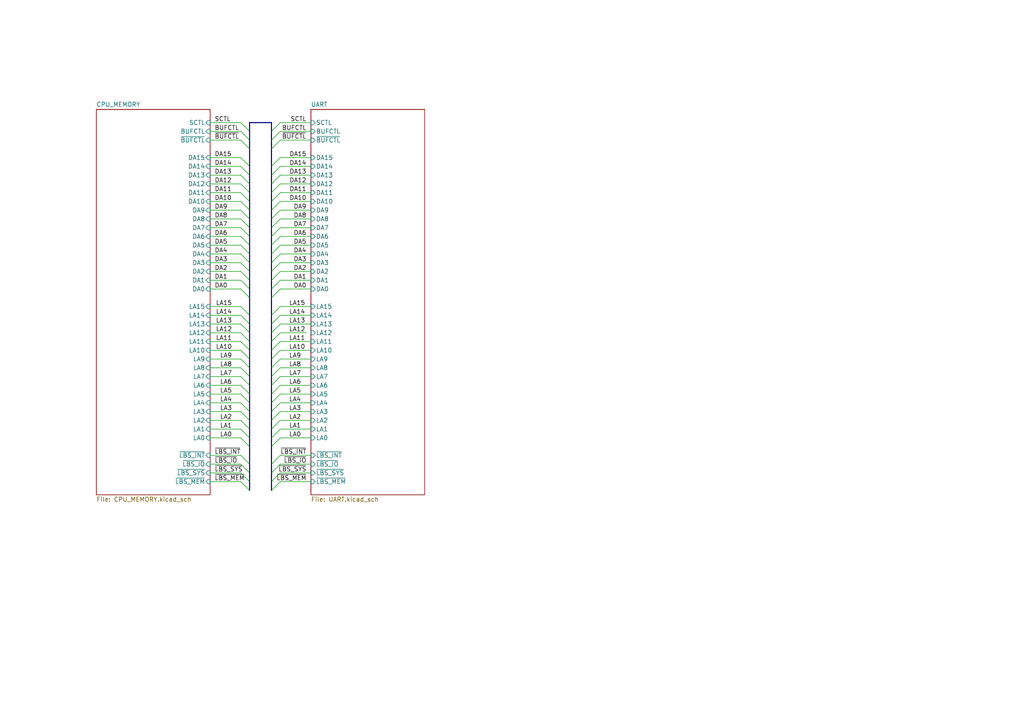
<source format=kicad_sch>
(kicad_sch (version 20230121) (generator eeschema)
  (paper "A4")
  (lib_symbols)
  (bus_entry (at 81.28 121.92) (size -2.54 2.54))
  (bus_entry (at 81.28 111.76) (size -2.54 2.54))
  (bus_entry (at 81.28 99.06) (size -2.54 2.54))
  (bus_entry (at 81.28 66.04) (size -2.54 2.54))
  (bus_entry (at 69.85 91.44) (size 2.54 2.54))
  (bus_entry (at 81.28 45.72) (size -2.54 2.54))
  (bus_entry (at 81.28 124.46) (size -2.54 2.54))
  (bus_entry (at 81.28 71.12) (size -2.54 2.54))
  (bus_entry (at 69.85 116.84) (size 2.54 2.54))
  (bus_entry (at 81.28 53.34) (size -2.54 2.54))
  (bus_entry (at 81.28 35.56) (size -2.54 2.54))
  (bus_entry (at 69.85 58.42) (size 2.54 2.54))
  (bus_entry (at 69.85 66.04) (size 2.54 2.54))
  (bus_entry (at 81.28 48.26) (size -2.54 2.54))
  (bus_entry (at 69.85 73.66) (size 2.54 2.54))
  (bus_entry (at 81.28 88.9) (size -2.54 2.54))
  (bus_entry (at 69.85 35.56) (size 2.54 2.54))
  (bus_entry (at 81.28 93.98) (size -2.54 2.54))
  (bus_entry (at 81.28 137.16) (size -2.54 2.54))
  (bus_entry (at 69.85 76.2) (size 2.54 2.54))
  (bus_entry (at 69.85 63.5) (size 2.54 2.54))
  (bus_entry (at 81.28 50.8) (size -2.54 2.54))
  (bus_entry (at 69.85 55.88) (size 2.54 2.54))
  (bus_entry (at 81.28 83.82) (size -2.54 2.54))
  (bus_entry (at 69.85 132.08) (size 2.54 2.54))
  (bus_entry (at 81.28 101.6) (size -2.54 2.54))
  (bus_entry (at 69.85 137.16) (size 2.54 2.54))
  (bus_entry (at 69.85 68.58) (size 2.54 2.54))
  (bus_entry (at 69.85 111.76) (size 2.54 2.54))
  (bus_entry (at 69.85 127) (size 2.54 2.54))
  (bus_entry (at 81.28 60.96) (size -2.54 2.54))
  (bus_entry (at 81.28 91.44) (size -2.54 2.54))
  (bus_entry (at 69.85 83.82) (size 2.54 2.54))
  (bus_entry (at 69.85 88.9) (size 2.54 2.54))
  (bus_entry (at 81.28 40.64) (size -2.54 2.54))
  (bus_entry (at 69.85 53.34) (size 2.54 2.54))
  (bus_entry (at 69.85 48.26) (size 2.54 2.54))
  (bus_entry (at 69.85 40.64) (size 2.54 2.54))
  (bus_entry (at 69.85 109.22) (size 2.54 2.54))
  (bus_entry (at 69.85 121.92) (size 2.54 2.54))
  (bus_entry (at 69.85 78.74) (size 2.54 2.54))
  (bus_entry (at 81.28 38.1) (size -2.54 2.54))
  (bus_entry (at 69.85 101.6) (size 2.54 2.54))
  (bus_entry (at 81.28 127) (size -2.54 2.54))
  (bus_entry (at 69.85 114.3) (size 2.54 2.54))
  (bus_entry (at 81.28 96.52) (size -2.54 2.54))
  (bus_entry (at 69.85 104.14) (size 2.54 2.54))
  (bus_entry (at 81.28 68.58) (size -2.54 2.54))
  (bus_entry (at 69.85 50.8) (size 2.54 2.54))
  (bus_entry (at 81.28 76.2) (size -2.54 2.54))
  (bus_entry (at 69.85 60.96) (size 2.54 2.54))
  (bus_entry (at 81.28 55.88) (size -2.54 2.54))
  (bus_entry (at 69.85 124.46) (size 2.54 2.54))
  (bus_entry (at 81.28 63.5) (size -2.54 2.54))
  (bus_entry (at 81.28 134.62) (size -2.54 2.54))
  (bus_entry (at 81.28 132.08) (size -2.54 2.54))
  (bus_entry (at 69.85 71.12) (size 2.54 2.54))
  (bus_entry (at 81.28 119.38) (size -2.54 2.54))
  (bus_entry (at 81.28 139.7) (size -2.54 2.54))
  (bus_entry (at 69.85 119.38) (size 2.54 2.54))
  (bus_entry (at 69.85 139.7) (size 2.54 2.54))
  (bus_entry (at 69.85 38.1) (size 2.54 2.54))
  (bus_entry (at 81.28 104.14) (size -2.54 2.54))
  (bus_entry (at 69.85 134.62) (size 2.54 2.54))
  (bus_entry (at 81.28 116.84) (size -2.54 2.54))
  (bus_entry (at 69.85 96.52) (size 2.54 2.54))
  (bus_entry (at 69.85 106.68) (size 2.54 2.54))
  (bus_entry (at 69.85 93.98) (size 2.54 2.54))
  (bus_entry (at 81.28 73.66) (size -2.54 2.54))
  (bus_entry (at 81.28 81.28) (size -2.54 2.54))
  (bus_entry (at 69.85 99.06) (size 2.54 2.54))
  (bus_entry (at 81.28 106.68) (size -2.54 2.54))
  (bus_entry (at 81.28 114.3) (size -2.54 2.54))
  (bus_entry (at 69.85 45.72) (size 2.54 2.54))
  (bus_entry (at 81.28 78.74) (size -2.54 2.54))
  (bus_entry (at 81.28 58.42) (size -2.54 2.54))
  (bus_entry (at 81.28 109.22) (size -2.54 2.54))
  (bus_entry (at 69.85 81.28) (size 2.54 2.54))
  (wire (pts (xy 90.17 134.62) (xy 81.28 134.62)))
  (bus (pts (xy 78.74 104.14) (xy 78.74 106.68)))
  (wire (pts (xy 60.96 68.58) (xy 69.85 68.58)))
  (bus (pts (xy 72.39 111.76) (xy 72.39 114.3)))
  (wire (pts (xy 60.96 137.16) (xy 69.85 137.16)))
  (wire (pts (xy 60.96 139.7) (xy 69.85 139.7)))
  (wire (pts (xy 90.17 66.04) (xy 81.28 66.04)))
  (bus (pts (xy 78.74 48.26) (xy 78.74 50.8)))
  (bus (pts (xy 72.39 101.6) (xy 72.39 104.14)))
  (bus (pts (xy 72.39 60.96) (xy 72.39 63.5)))
  (bus (pts (xy 78.74 83.82) (xy 78.74 86.36)))
  (wire (pts (xy 81.28 101.6) (xy 90.17 101.6)))
  (bus (pts (xy 78.74 60.96) (xy 78.74 63.5)))
  (bus (pts (xy 78.74 86.36) (xy 78.74 91.44)))
  (bus (pts (xy 78.74 35.56) (xy 78.74 38.1)))
  (wire (pts (xy 81.28 111.76) (xy 90.17 111.76)))
  (wire (pts (xy 90.17 48.26) (xy 81.28 48.26)))
  (bus (pts (xy 72.39 134.62) (xy 72.39 137.16)))
  (wire (pts (xy 60.96 73.66) (xy 69.85 73.66)))
  (wire (pts (xy 90.17 71.12) (xy 81.28 71.12)))
  (wire (pts (xy 60.96 119.38) (xy 69.85 119.38)))
  (bus (pts (xy 78.74 127) (xy 78.74 129.54)))
  (bus (pts (xy 72.39 68.58) (xy 72.39 71.12)))
  (bus (pts (xy 72.39 91.44) (xy 72.39 93.98)))
  (wire (pts (xy 60.96 40.64) (xy 69.85 40.64)))
  (bus (pts (xy 72.39 106.68) (xy 72.39 109.22)))
  (bus (pts (xy 78.74 66.04) (xy 78.74 68.58)))
  (bus (pts (xy 72.39 83.82) (xy 72.39 86.36)))
  (wire (pts (xy 60.96 127) (xy 69.85 127)))
  (wire (pts (xy 81.28 116.84) (xy 90.17 116.84)))
  (bus (pts (xy 72.39 43.18) (xy 72.39 40.64)))
  (bus (pts (xy 72.39 127) (xy 72.39 129.54)))
  (wire (pts (xy 90.17 58.42) (xy 81.28 58.42)))
  (wire (pts (xy 60.96 35.56) (xy 69.85 35.56)))
  (bus (pts (xy 78.74 68.58) (xy 78.74 71.12)))
  (wire (pts (xy 90.17 45.72) (xy 81.28 45.72)))
  (bus (pts (xy 78.74 119.38) (xy 78.74 121.92)))
  (wire (pts (xy 60.96 106.68) (xy 69.85 106.68)))
  (bus (pts (xy 72.39 71.12) (xy 72.39 73.66)))
  (wire (pts (xy 60.96 71.12) (xy 69.85 71.12)))
  (wire (pts (xy 81.28 93.98) (xy 90.17 93.98)))
  (bus (pts (xy 72.39 76.2) (xy 72.39 78.74)))
  (bus (pts (xy 78.74 109.22) (xy 78.74 111.76)))
  (wire (pts (xy 81.28 114.3) (xy 90.17 114.3)))
  (wire (pts (xy 60.96 91.44) (xy 69.85 91.44)))
  (bus (pts (xy 72.39 53.34) (xy 72.39 55.88)))
  (wire (pts (xy 60.96 132.08) (xy 69.85 132.08)))
  (wire (pts (xy 60.96 63.5) (xy 69.85 63.5)))
  (wire (pts (xy 81.28 121.92) (xy 90.17 121.92)))
  (wire (pts (xy 60.96 93.98) (xy 69.85 93.98)))
  (bus (pts (xy 78.74 134.62) (xy 78.74 137.16)))
  (wire (pts (xy 60.96 55.88) (xy 69.85 55.88)))
  (wire (pts (xy 60.96 124.46) (xy 69.85 124.46)))
  (bus (pts (xy 78.74 137.16) (xy 78.74 139.7)))
  (wire (pts (xy 81.28 127) (xy 90.17 127)))
  (wire (pts (xy 90.17 76.2) (xy 81.28 76.2)))
  (bus (pts (xy 72.39 104.14) (xy 72.39 106.68)))
  (wire (pts (xy 60.96 81.28) (xy 69.85 81.28)))
  (bus (pts (xy 72.39 58.42) (xy 72.39 60.96)))
  (wire (pts (xy 60.96 114.3) (xy 69.85 114.3)))
  (wire (pts (xy 81.28 35.56) (xy 90.17 35.56)))
  (wire (pts (xy 60.96 45.72) (xy 69.85 45.72)))
  (bus (pts (xy 78.74 116.84) (xy 78.74 119.38)))
  (wire (pts (xy 60.96 104.14) (xy 69.85 104.14)))
  (wire (pts (xy 81.28 106.68) (xy 90.17 106.68)))
  (bus (pts (xy 72.39 63.5) (xy 72.39 66.04)))
  (bus (pts (xy 72.39 78.74) (xy 72.39 81.28)))
  (bus (pts (xy 72.39 96.52) (xy 72.39 99.06)))
  (bus (pts (xy 78.74 93.98) (xy 78.74 96.52)))
  (bus (pts (xy 72.39 99.06) (xy 72.39 101.6)))
  (wire (pts (xy 60.96 78.74) (xy 69.85 78.74)))
  (wire (pts (xy 60.96 48.26) (xy 69.85 48.26)))
  (bus (pts (xy 72.39 121.92) (xy 72.39 124.46)))
  (bus (pts (xy 78.74 78.74) (xy 78.74 81.28)))
  (wire (pts (xy 81.28 119.38) (xy 90.17 119.38)))
  (bus (pts (xy 78.74 111.76) (xy 78.74 114.3)))
  (bus (pts (xy 72.39 55.88) (xy 72.39 58.42)))
  (bus (pts (xy 78.74 91.44) (xy 78.74 93.98)))
  (wire (pts (xy 60.96 66.04) (xy 69.85 66.04)))
  (wire (pts (xy 90.17 137.16) (xy 81.28 137.16)))
  (bus (pts (xy 78.74 63.5) (xy 78.74 66.04)))
  (wire (pts (xy 81.28 91.44) (xy 90.17 91.44)))
  (bus (pts (xy 72.39 137.16) (xy 72.39 139.7)))
  (bus (pts (xy 72.39 114.3) (xy 72.39 116.84)))
  (bus (pts (xy 78.74 121.92) (xy 78.74 124.46)))
  (bus (pts (xy 72.39 109.22) (xy 72.39 111.76)))
  (bus (pts (xy 78.74 76.2) (xy 78.74 78.74)))
  (wire (pts (xy 60.96 96.52) (xy 69.85 96.52)))
  (wire (pts (xy 90.17 83.82) (xy 81.28 83.82)))
  (bus (pts (xy 78.74 101.6) (xy 78.74 104.14)))
  (wire (pts (xy 60.96 121.92) (xy 69.85 121.92)))
  (bus (pts (xy 72.39 40.64) (xy 72.39 38.1)))
  (bus (pts (xy 72.39 73.66) (xy 72.39 76.2)))
  (wire (pts (xy 60.96 83.82) (xy 69.85 83.82)))
  (bus (pts (xy 72.39 35.56) (xy 78.74 35.56)))
  (wire (pts (xy 90.17 73.66) (xy 81.28 73.66)))
  (bus (pts (xy 72.39 129.54) (xy 72.39 134.62)))
  (wire (pts (xy 81.28 40.64) (xy 90.17 40.64)))
  (bus (pts (xy 78.74 106.68) (xy 78.74 109.22)))
  (wire (pts (xy 60.96 53.34) (xy 69.85 53.34)))
  (bus (pts (xy 78.74 127) (xy 78.74 124.46)))
  (bus (pts (xy 72.39 116.84) (xy 72.39 119.38)))
  (bus (pts (xy 72.39 139.7) (xy 72.39 142.24)))
  (wire (pts (xy 90.17 132.08) (xy 81.28 132.08)))
  (bus (pts (xy 72.39 119.38) (xy 72.39 121.92)))
  (bus (pts (xy 78.74 38.1) (xy 78.74 40.64)))
  (bus (pts (xy 78.74 99.06) (xy 78.74 101.6)))
  (wire (pts (xy 60.96 109.22) (xy 69.85 109.22)))
  (wire (pts (xy 60.96 58.42) (xy 69.85 58.42)))
  (bus (pts (xy 78.74 73.66) (xy 78.74 76.2)))
  (bus (pts (xy 72.39 66.04) (xy 72.39 68.58)))
  (wire (pts (xy 81.28 38.1) (xy 90.17 38.1)))
  (wire (pts (xy 90.17 60.96) (xy 81.28 60.96)))
  (wire (pts (xy 81.28 99.06) (xy 90.17 99.06)))
  (wire (pts (xy 81.28 124.46) (xy 90.17 124.46)))
  (wire (pts (xy 60.96 116.84) (xy 69.85 116.84)))
  (bus (pts (xy 78.74 96.52) (xy 78.74 99.06)))
  (wire (pts (xy 90.17 53.34) (xy 81.28 53.34)))
  (wire (pts (xy 81.28 104.14) (xy 90.17 104.14)))
  (wire (pts (xy 60.96 134.62) (xy 69.85 134.62)))
  (bus (pts (xy 78.74 43.18) (xy 78.74 48.26)))
  (wire (pts (xy 60.96 88.9) (xy 69.85 88.9)))
  (wire (pts (xy 90.17 68.58) (xy 81.28 68.58)))
  (bus (pts (xy 72.39 93.98) (xy 72.39 96.52)))
  (wire (pts (xy 60.96 50.8) (xy 69.85 50.8)))
  (bus (pts (xy 72.39 81.28) (xy 72.39 83.82)))
  (bus (pts (xy 78.74 55.88) (xy 78.74 58.42)))
  (bus (pts (xy 78.74 50.8) (xy 78.74 53.34)))
  (wire (pts (xy 90.17 55.88) (xy 81.28 55.88)))
  (bus (pts (xy 78.74 139.7) (xy 78.74 142.24)))
  (bus (pts (xy 72.39 127) (xy 72.39 124.46)))
  (wire (pts (xy 60.96 101.6) (xy 69.85 101.6)))
  (wire (pts (xy 60.96 76.2) (xy 69.85 76.2)))
  (wire (pts (xy 81.28 109.22) (xy 90.17 109.22)))
  (wire (pts (xy 90.17 63.5) (xy 81.28 63.5)))
  (bus (pts (xy 78.74 58.42) (xy 78.74 60.96)))
  (bus (pts (xy 78.74 114.3) (xy 78.74 116.84)))
  (bus (pts (xy 72.39 50.8) (xy 72.39 53.34)))
  (wire (pts (xy 81.28 96.52) (xy 88.9 96.52)))
  (bus (pts (xy 78.74 81.28) (xy 78.74 83.82)))
  (bus (pts (xy 78.74 53.34) (xy 78.74 55.88)))
  (wire (pts (xy 90.17 81.28) (xy 81.28 81.28)))
  (bus (pts (xy 78.74 129.54) (xy 78.74 134.62)))
  (wire (pts (xy 90.17 50.8) (xy 81.28 50.8)))
  (wire (pts (xy 60.96 111.76) (xy 69.85 111.76)))
  (bus (pts (xy 72.39 38.1) (xy 72.39 35.56)))
  (bus (pts (xy 78.74 71.12) (xy 78.74 73.66)))
  (bus (pts (xy 72.39 48.26) (xy 72.39 50.8)))
  (bus (pts (xy 72.39 86.36) (xy 72.39 91.44)))
  (wire (pts (xy 81.28 88.9) (xy 90.17 88.9)))
  (wire (pts (xy 60.96 99.06) (xy 69.85 99.06)))
  (bus (pts (xy 78.74 40.64) (xy 78.74 43.18)))
  (wire (pts (xy 90.17 139.7) (xy 81.28 139.7)))
  (wire (pts (xy 60.96 60.96) (xy 69.85 60.96)))
  (wire (pts (xy 60.96 38.1) (xy 69.85 38.1)))
  (wire (pts (xy 90.17 78.74) (xy 81.28 78.74)))
  (bus (pts (xy 72.39 43.18) (xy 72.39 48.26)))
  (label "LA6" (at 83.82 111.76 0))
  (label "~{LBS_IO}" (at 62.23 134.62 0))
  (label "LA4" (at 67.31 116.84 180))
  (label "DA12" (at 62.23 53.34 0))
  (label "LA13" (at 67.31 93.98 180))
  (label "LA3" (at 83.82 119.38 0))
  (label "~{LBS_INT}" (at 88.9 132.08 180))
  (label "LA12" (at 83.82 96.52 0))
  (label "LA6" (at 67.31 111.76 180))
  (label "DA14" (at 88.9 48.26 180))
  (label "~{BUFCTL}" (at 88.9 40.64 180))
  (label "DA6" (at 88.9 68.58 180))
  (label "DA1" (at 62.23 81.28 0))
  (label "DA14" (at 62.23 48.26 0))
  (label "~{LBS_SYS}" (at 62.23 137.16 0))
  (label "SCTL" (at 62.23 35.56 0))
  (label "LA12" (at 67.31 96.52 180))
  (label "LA14" (at 83.82 91.44 0))
  (label "DA12" (at 88.9 53.34 180))
  (label "DA13" (at 62.23 50.8 0))
  (label "DA4" (at 62.23 73.66 0))
  (label "BUFCTL" (at 88.9 38.1 180))
  (label "LA7" (at 83.82 109.22 0))
  (label "DA7" (at 88.9 66.04 180))
  (label "SCTL" (at 88.9 35.56 180))
  (label "~{LBS_SYS}" (at 88.9 137.16 180))
  (label "DA7" (at 62.23 66.04 0))
  (label "~{LBS_INT}" (at 62.23 132.08 0))
  (label "LA1" (at 67.31 124.46 180))
  (label "LA0" (at 83.82 127 0))
  (label "DA6" (at 62.23 68.58 0))
  (label "LA0" (at 67.31 127 180))
  (label "LA3" (at 67.31 119.38 180))
  (label "DA10" (at 62.23 58.42 0))
  (label "LA15" (at 67.31 88.9 180))
  (label "DA2" (at 62.23 78.74 0))
  (label "LA4" (at 83.82 116.84 0))
  (label "DA10" (at 88.9 58.42 180))
  (label "LA7" (at 67.31 109.22 180))
  (label "DA13" (at 88.9 50.8 180))
  (label "~{LBS_IO}" (at 88.9 134.62 180))
  (label "~{LBS_MEM}" (at 62.23 139.7 0))
  (label "LA14" (at 67.31 91.44 180))
  (label "DA11" (at 88.9 55.88 180))
  (label "DA4" (at 88.9 73.66 180))
  (label "LA2" (at 83.82 121.92 0))
  (label "LA9" (at 67.31 104.14 180))
  (label "LA9" (at 83.82 104.14 0))
  (label "LA8" (at 67.31 106.68 180))
  (label "DA5" (at 88.9 71.12 180))
  (label "LA15" (at 83.82 88.9 0))
  (label "DA9" (at 62.23 60.96 0))
  (label "LA5" (at 83.82 114.3 0))
  (label "~{BUFCTL}" (at 62.23 40.64 0))
  (label "DA8" (at 88.9 63.5 180))
  (label "DA0" (at 88.9 83.82 180))
  (label "LA11" (at 67.31 99.06 180))
  (label "LA10" (at 67.31 101.6 180))
  (label "BUFCTL" (at 62.23 38.1 0))
  (label "DA15" (at 88.9 45.72 180))
  (label "LA13" (at 83.82 93.98 0))
  (label "DA2" (at 88.9 78.74 180))
  (label "DA5" (at 62.23 71.12 0))
  (label "DA3" (at 88.9 76.2 180))
  (label "LA5" (at 67.31 114.3 180))
  (label "DA11" (at 62.23 55.88 0))
  (label "LA11" (at 83.82 99.06 0))
  (label "DA0" (at 62.23 83.82 0))
  (label "LA8" (at 83.82 106.68 0))
  (label "LA10" (at 83.82 101.6 0))
  (label "LA2" (at 67.31 121.92 180))
  (label "DA1" (at 88.9 81.28 180))
  (label "~{LBS_MEM}" (at 88.9 139.7 180))
  (label "DA9" (at 88.9 60.96 180))
  (label "DA3" (at 62.23 76.2 0))
  (label "DA15" (at 62.23 45.72 0))
  (label "LA1" (at 83.82 124.46 0))
  (label "DA8" (at 62.23 63.5 0))
  (sheet (at 90.17 31.75) (size 33.02 111.76) (stroke (width 0.1524))
    (property "Sheetname" "UART" (at 90.17 31.0384 0) (effects (justify left bottom)))
    (property "Sheetfile" "UART.kicad_sch" (at 90.17 144.0946 0) (effects (justify left top)))
    (pin "LA8" input (at 90.17 106.68 180))
    (pin "LA9" input (at 90.17 104.14 180))
    (pin "LA12" input (at 90.17 96.52 180))
    (pin "LA11" input (at 90.17 99.06 180))
    (pin "LA10" input (at 90.17 101.6 180))
    (pin "LA15" input (at 90.17 88.9 180))
    (pin "LA14" input (at 90.17 91.44 180))
    (pin "LA13" input (at 90.17 93.98 180))
    (pin "DA13" input (at 90.17 50.8 180))
    (pin "DA11" input (at 90.17 55.88 180))
    (pin "DA12" input (at 90.17 53.34 180))
    (pin "DA15" input (at 90.17 45.72 180))
    (pin "DA14" input (at 90.17 48.26 180))
    (pin "DA8" input (at 90.17 63.5 180))
    (pin "DA7" input (at 90.17 66.04 180))
    (pin "DA9" input (at 90.17 60.96 180))
    (pin "DA10" input (at 90.17 58.42 180))
    (pin "~{LBS_IO}" input (at 90.17 134.62 180))
    (pin "~{LBS_INT}" input (at 90.17 132.08 180))
    (pin "~{LBS_SYS}" input (at 90.17 137.16 180))
    (pin "~{LBS_MEM}" input (at 90.17 139.7 180))
    (pin "DA6" input (at 90.17 68.58 180))
    (pin "LA7" input (at 90.17 109.22 180))
    (pin "LA6" input (at 90.17 111.76 180))
    (pin "DA5" input (at 90.17 71.12 180))
    (pin "LA5" input (at 90.17 114.3 180))
    (pin "LA4" input (at 90.17 116.84 180))
    (pin "LA2" input (at 90.17 121.92 180))
    (pin "LA1" input (at 90.17 124.46 180))
    (pin "LA3" input (at 90.17 119.38 180))
    (pin "LA0" input (at 90.17 127 180))
    (pin "DA2" input (at 90.17 78.74 180))
    (pin "DA3" input (at 90.17 76.2 180))
    (pin "DA4" input (at 90.17 73.66 180))
    (pin "DA0" input (at 90.17 83.82 180))
    (pin "DA1" input (at 90.17 81.28 180))
    (pin "~{BUFCTL}" input (at 90.17 40.64 180))
    (pin "BUFCTL" input (at 90.17 38.1 180))
    (pin "SCTL" input (at 90.17 35.56 180))
  )
  (sheet (at 27.94 31.75) (size 33.02 111.76) (stroke (width 0.1524))
    (property "Sheetname" "CPU_MEMORY" (at 27.94 31.0384 0) (effects (justify left bottom)))
    (property "Sheetfile" "CPU_MEMORY.kicad_sch" (at 27.94 144.0946 0) (effects (justify left top)))
    (pin "BUFCTL" input (at 60.96 38.1 0))
    (pin "~{BUFCTL}" input (at 60.96 40.64 0))
    (pin "SCTL" input (at 60.96 35.56 0))
    (pin "DA14" input (at 60.96 48.26 0))
    (pin "DA10" input (at 60.96 58.42 0))
    (pin "DA13" input (at 60.96 50.8 0))
    (pin "DA9" input (at 60.96 60.96 0))
    (pin "DA15" input (at 60.96 45.72 0))
    (pin "DA8" input (at 60.96 63.5 0))
    (pin "DA7" input (at 60.96 66.04 0))
    (pin "DA6" input (at 60.96 68.58 0))
    (pin "DA4" input (at 60.96 73.66 0))
    (pin "DA3" input (at 60.96 76.2 0))
    (pin "DA5" input (at 60.96 71.12 0))
    (pin "LA15" input (at 60.96 88.9 0))
    (pin "LA10" input (at 60.96 101.6 0))
    (pin "LA11" input (at 60.96 99.06 0))
    (pin "LA12" input (at 60.96 96.52 0))
    (pin "LA9" input (at 60.96 104.14 0))
    (pin "LA13" input (at 60.96 93.98 0))
    (pin "LA14" input (at 60.96 91.44 0))
    (pin "DA12" input (at 60.96 53.34 0))
    (pin "DA11" input (at 60.96 55.88 0))
    (pin "LA4" input (at 60.96 116.84 0))
    (pin "LA6" input (at 60.96 111.76 0))
    (pin "LA3" input (at 60.96 119.38 0))
    (pin "LA5" input (at 60.96 114.3 0))
    (pin "LA7" input (at 60.96 109.22 0))
    (pin "LA8" input (at 60.96 106.68 0))
    (pin "LA1" input (at 60.96 124.46 0))
    (pin "LA2" input (at 60.96 121.92 0))
    (pin "LA0" input (at 60.96 127 0))
    (pin "DA2" input (at 60.96 78.74 0))
    (pin "DA0" input (at 60.96 83.82 0))
    (pin "DA1" input (at 60.96 81.28 0))
    (pin "~{LBS_INT}" input (at 60.96 132.08 0))
    (pin "~{LBS_MEM}" input (at 60.96 139.7 0))
    (pin "~{LBS_IO}" input (at 60.96 134.62 0))
    (pin "~{LBS_SYS}" input (at 60.96 137.16 0))
  )
)
</source>
